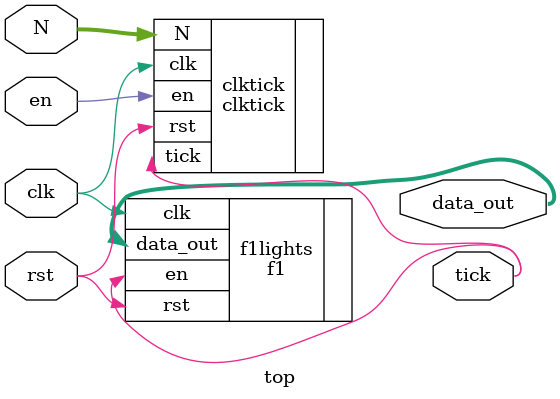
<source format=sv>
module top #(
    parameter WIDTH = 16
)(
    input logic clk,
    input logic rst,
    input logic en, 
    input  logic [WIDTH-1:0] N,
    output logic tick, 
    output logic [8:1] data_out
);

clktick clktick (
    .clk (clk),
    .rst (rst),
    .en (en),
    .N (N),
    .tick (tick)
);

f1 f1lights (
    .clk (clk),
    .rst (rst),
    .en (tick),
    .data_out (data_out)
);

endmodule

</source>
